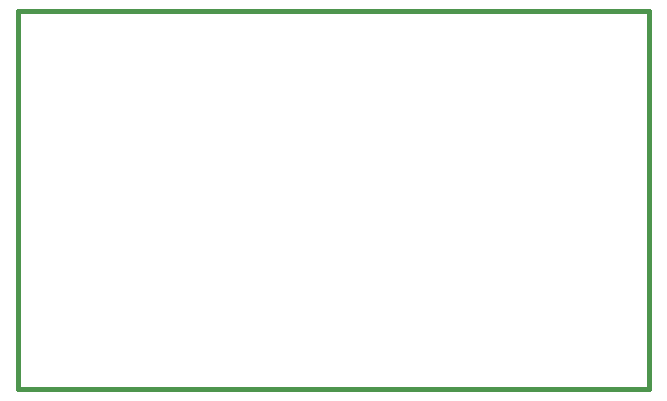
<source format=gbr>
G04 (created by PCBNEW-RS274X (2010-05-05 BZR 2356)-stable) date 3/07/2011 4:58:35 p.m.*
G01*
G70*
G90*
%MOIN*%
G04 Gerber Fmt 3.4, Leading zero omitted, Abs format*
%FSLAX34Y34*%
G04 APERTURE LIST*
%ADD10C,0.006000*%
%ADD11C,0.015000*%
G04 APERTURE END LIST*
G54D10*
G54D11*
X43307Y-33111D02*
X43307Y-20552D01*
X22283Y-33150D02*
X43307Y-33150D01*
X22283Y-20551D02*
X22283Y-33150D01*
X43307Y-20551D02*
X22283Y-20551D01*
M02*

</source>
